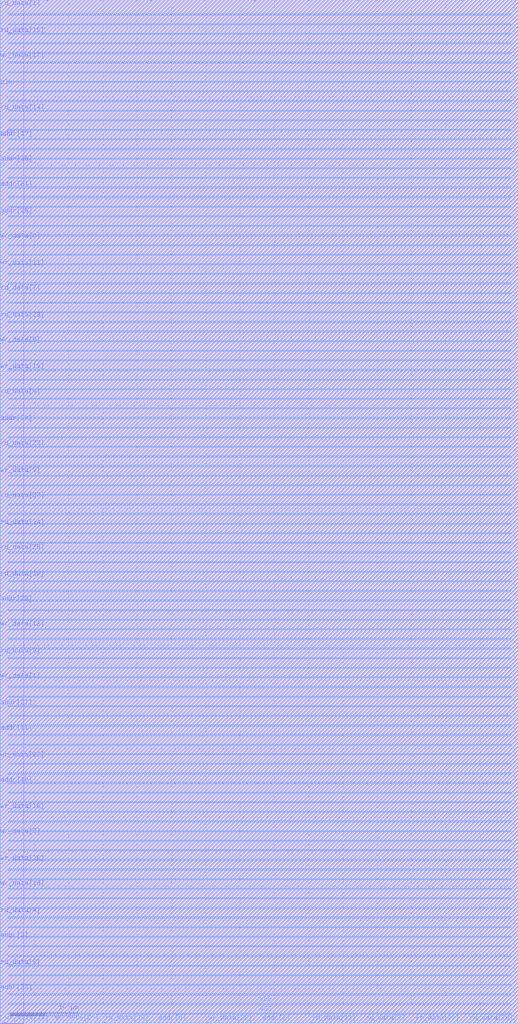
<source format=lef>
VERSION 5.8 ;
BUSBITCHARS "[]" ;
DIVIDERCHAR "/" ;
UNITS
    DATABASE MICRONS 2000 ;
END UNITS

MACRO small_mem
  FOREIGN small_mem 0 0 ;
  CLASS BLOCK ;
  SIZE 75.56 BY 149.125 ;
  PIN VDD
    USE POWER ;
    DIRECTION INOUT ;
    PORT
      LAYER metal4 ;
        RECT  1.14 145.515 74.48 145.685 ;
        RECT  1.14 142.715 74.48 142.885 ;
        RECT  1.14 139.915 74.48 140.085 ;
        RECT  1.14 137.115 74.48 137.285 ;
        RECT  1.14 134.315 74.48 134.485 ;
        RECT  1.14 131.515 74.48 131.685 ;
        RECT  1.14 128.715 74.48 128.885 ;
        RECT  1.14 125.915 74.48 126.085 ;
        RECT  1.14 123.115 74.48 123.285 ;
        RECT  1.14 120.315 74.48 120.485 ;
        RECT  1.14 117.515 74.48 117.685 ;
        RECT  1.14 114.715 74.48 114.885 ;
        RECT  1.14 111.915 74.48 112.085 ;
        RECT  1.14 109.115 74.48 109.285 ;
        RECT  1.14 106.315 74.48 106.485 ;
        RECT  1.14 103.515 74.48 103.685 ;
        RECT  1.14 100.715 74.48 100.885 ;
        RECT  1.14 97.915 74.48 98.085 ;
        RECT  1.14 95.115 74.48 95.285 ;
        RECT  1.14 92.315 74.48 92.485 ;
        RECT  1.14 89.515 74.48 89.685 ;
        RECT  1.14 86.715 74.48 86.885 ;
        RECT  1.14 83.915 74.48 84.085 ;
        RECT  1.14 81.115 74.48 81.285 ;
        RECT  1.14 78.315 74.48 78.485 ;
        RECT  1.14 75.515 74.48 75.685 ;
        RECT  1.14 72.715 74.48 72.885 ;
        RECT  1.14 69.915 74.48 70.085 ;
        RECT  1.14 67.115 74.48 67.285 ;
        RECT  1.14 64.315 74.48 64.485 ;
        RECT  1.14 61.515 74.48 61.685 ;
        RECT  1.14 58.715 74.48 58.885 ;
        RECT  1.14 55.915 74.48 56.085 ;
        RECT  1.14 53.115 74.48 53.285 ;
        RECT  1.14 50.315 74.48 50.485 ;
        RECT  1.14 47.515 74.48 47.685 ;
        RECT  1.14 44.715 74.48 44.885 ;
        RECT  1.14 41.915 74.48 42.085 ;
        RECT  1.14 39.115 74.48 39.285 ;
        RECT  1.14 36.315 74.48 36.485 ;
        RECT  1.14 33.515 74.48 33.685 ;
        RECT  1.14 30.715 74.48 30.885 ;
        RECT  1.14 27.915 74.48 28.085 ;
        RECT  1.14 25.115 74.48 25.285 ;
        RECT  1.14 22.315 74.48 22.485 ;
        RECT  1.14 19.515 74.48 19.685 ;
        RECT  1.14 16.715 74.48 16.885 ;
        RECT  1.14 13.915 74.48 14.085 ;
        RECT  1.14 11.115 74.48 11.285 ;
        RECT  1.14 8.315 74.48 8.485 ;
        RECT  1.14 5.515 74.48 5.685 ;
        RECT  1.14 2.715 74.48 2.885 ;
    END
  END VDD
  PIN VSS
    USE GROUND ;
    DIRECTION INOUT ;
    PORT
      LAYER metal4 ;
        RECT  1.14 146.915 74.48 147.085 ;
        RECT  1.14 144.115 74.48 144.285 ;
        RECT  1.14 141.315 74.48 141.485 ;
        RECT  1.14 138.515 74.48 138.685 ;
        RECT  1.14 135.715 74.48 135.885 ;
        RECT  1.14 132.915 74.48 133.085 ;
        RECT  1.14 130.115 74.48 130.285 ;
        RECT  1.14 127.315 74.48 127.485 ;
        RECT  1.14 124.515 74.48 124.685 ;
        RECT  1.14 121.715 74.48 121.885 ;
        RECT  1.14 118.915 74.48 119.085 ;
        RECT  1.14 116.115 74.48 116.285 ;
        RECT  1.14 113.315 74.48 113.485 ;
        RECT  1.14 110.515 74.48 110.685 ;
        RECT  1.14 107.715 74.48 107.885 ;
        RECT  1.14 104.915 74.48 105.085 ;
        RECT  1.14 102.115 74.48 102.285 ;
        RECT  1.14 99.315 74.48 99.485 ;
        RECT  1.14 96.515 74.48 96.685 ;
        RECT  1.14 93.715 74.48 93.885 ;
        RECT  1.14 90.915 74.48 91.085 ;
        RECT  1.14 88.115 74.48 88.285 ;
        RECT  1.14 85.315 74.48 85.485 ;
        RECT  1.14 82.515 74.48 82.685 ;
        RECT  1.14 79.715 74.48 79.885 ;
        RECT  1.14 76.915 74.48 77.085 ;
        RECT  1.14 74.115 74.48 74.285 ;
        RECT  1.14 71.315 74.48 71.485 ;
        RECT  1.14 68.515 74.48 68.685 ;
        RECT  1.14 65.715 74.48 65.885 ;
        RECT  1.14 62.915 74.48 63.085 ;
        RECT  1.14 60.115 74.48 60.285 ;
        RECT  1.14 57.315 74.48 57.485 ;
        RECT  1.14 54.515 74.48 54.685 ;
        RECT  1.14 51.715 74.48 51.885 ;
        RECT  1.14 48.915 74.48 49.085 ;
        RECT  1.14 46.115 74.48 46.285 ;
        RECT  1.14 43.315 74.48 43.485 ;
        RECT  1.14 40.515 74.48 40.685 ;
        RECT  1.14 37.715 74.48 37.885 ;
        RECT  1.14 34.915 74.48 35.085 ;
        RECT  1.14 32.115 74.48 32.285 ;
        RECT  1.14 29.315 74.48 29.485 ;
        RECT  1.14 26.515 74.48 26.685 ;
        RECT  1.14 23.715 74.48 23.885 ;
        RECT  1.14 20.915 74.48 21.085 ;
        RECT  1.14 18.115 74.48 18.285 ;
        RECT  1.14 15.315 74.48 15.485 ;
        RECT  1.14 12.515 74.48 12.685 ;
        RECT  1.14 9.715 74.48 9.885 ;
        RECT  1.14 6.915 74.48 7.085 ;
        RECT  1.14 4.115 74.48 4.285 ;
        RECT  1.14 1.315 74.48 1.485 ;
    END
  END VSS
  PIN addr[0]
    DIRECTION INPUT ;
    USE SIGNAL ;
    PORT
      LAYER metal4 ;
        RECT  22.985 0 23.125 0.14 ;
    END
  END addr[0]
  PIN addr[10]
    DIRECTION INPUT ;
    USE SIGNAL ;
    PORT
      LAYER metal4 ;
        RECT  14.585 148.985 14.725 149.125 ;
    END
  END addr[10]
  PIN addr[11]
    DIRECTION INPUT ;
    USE SIGNAL ;
    PORT
      LAYER metal3 ;
        RECT  0 42.315 0.07 42.385 ;
    END
  END addr[11]
  PIN addr[12]
    DIRECTION INPUT ;
    USE SIGNAL ;
    PORT
      LAYER metal4 ;
        RECT  67.225 148.985 67.365 149.125 ;
    END
  END addr[12]
  PIN addr[13]
    DIRECTION INPUT ;
    USE SIGNAL ;
    PORT
      LAYER metal3 ;
        RECT  75.49 133.315 75.56 133.385 ;
    END
  END addr[13]
  PIN addr[14]
    DIRECTION INPUT ;
    USE SIGNAL ;
    PORT
      LAYER metal3 ;
        RECT  75.49 114.275 75.56 114.345 ;
    END
  END addr[14]
  PIN addr[15]
    DIRECTION INPUT ;
    USE SIGNAL ;
    PORT
      LAYER metal3 ;
        RECT  75.49 42.595 75.56 42.665 ;
    END
  END addr[15]
  PIN addr[16]
    DIRECTION INPUT ;
    USE SIGNAL ;
    PORT
      LAYER metal3 ;
        RECT  0 125.195 0.07 125.265 ;
    END
  END addr[16]
  PIN addr[17]
    DIRECTION INPUT ;
    USE SIGNAL ;
    PORT
      LAYER metal3 ;
        RECT  0 128.835 0.07 128.905 ;
    END
  END addr[17]
  PIN addr[18]
    DIRECTION INPUT ;
    USE SIGNAL ;
    PORT
      LAYER metal3 ;
        RECT  0 34.755 0.07 34.825 ;
    END
  END addr[18]
  PIN addr[19]
    DIRECTION INPUT ;
    USE SIGNAL ;
    PORT
      LAYER metal3 ;
        RECT  75.49 144.515 75.56 144.585 ;
    END
  END addr[19]
  PIN addr[1]
    DIRECTION INPUT ;
    USE SIGNAL ;
    PORT
      LAYER metal3 ;
        RECT  75.49 80.395 75.56 80.465 ;
    END
  END addr[1]
  PIN addr[20]
    DIRECTION INPUT ;
    USE SIGNAL ;
    PORT
      LAYER metal3 ;
        RECT  75.49 129.395 75.56 129.465 ;
    END
  END addr[20]
  PIN addr[21]
    DIRECTION INPUT ;
    USE SIGNAL ;
    PORT
      LAYER metal3 ;
        RECT  0 121.555 0.07 121.625 ;
    END
  END addr[21]
  PIN addr[22]
    DIRECTION INPUT ;
    USE SIGNAL ;
    PORT
      LAYER metal3 ;
        RECT  75.49 31.395 75.56 31.465 ;
    END
  END addr[22]
  PIN addr[23]
    DIRECTION INPUT ;
    USE SIGNAL ;
    PORT
      LAYER metal3 ;
        RECT  0 4.515 0.07 4.585 ;
    END
  END addr[23]
  PIN addr[24]
    DIRECTION INPUT ;
    USE SIGNAL ;
    PORT
      LAYER metal3 ;
        RECT  0 87.395 0.07 87.465 ;
    END
  END addr[24]
  PIN addr[25]
    DIRECTION INPUT ;
    USE SIGNAL ;
    PORT
      LAYER metal3 ;
        RECT  75.49 140.875 75.56 140.945 ;
    END
  END addr[25]
  PIN addr[26]
    DIRECTION INPUT ;
    USE SIGNAL ;
    PORT
      LAYER metal3 ;
        RECT  0 117.635 0.07 117.705 ;
    END
  END addr[26]
  PIN addr[27]
    DIRECTION INPUT ;
    USE SIGNAL ;
    PORT
      LAYER metal3 ;
        RECT  0 45.955 0.07 46.025 ;
    END
  END addr[27]
  PIN addr[28]
    DIRECTION INPUT ;
    USE SIGNAL ;
    PORT
      LAYER metal3 ;
        RECT  0 61.075 0.07 61.145 ;
    END
  END addr[28]
  PIN addr[29]
    DIRECTION INPUT ;
    USE SIGNAL ;
    PORT
      LAYER metal3 ;
        RECT  75.49 91.595 75.56 91.665 ;
    END
  END addr[29]
  PIN addr[2]
    DIRECTION INPUT ;
    USE SIGNAL ;
    PORT
      LAYER metal4 ;
        RECT  38.105 0 38.245 0.14 ;
    END
  END addr[2]
  PIN addr[30]
    DIRECTION INPUT ;
    USE SIGNAL ;
    PORT
      LAYER metal3 ;
        RECT  75.49 106.715 75.56 106.785 ;
    END
  END addr[30]
  PIN addr[31]
    DIRECTION INPUT ;
    USE SIGNAL ;
    PORT
      LAYER metal3 ;
        RECT  75.49 84.315 75.56 84.385 ;
    END
  END addr[31]
  PIN addr[3]
    DIRECTION INPUT ;
    USE SIGNAL ;
    PORT
      LAYER metal3 ;
        RECT  0 12.075 0.07 12.145 ;
    END
  END addr[3]
  PIN addr[4]
    DIRECTION INPUT ;
    USE SIGNAL ;
    PORT
      LAYER metal3 ;
        RECT  75.49 1.155 75.56 1.225 ;
    END
  END addr[4]
  PIN addr[5]
    DIRECTION INPUT ;
    USE SIGNAL ;
    PORT
      LAYER metal3 ;
        RECT  75.49 125.755 75.56 125.825 ;
    END
  END addr[5]
  PIN addr[6]
    DIRECTION INPUT ;
    USE SIGNAL ;
    PORT
      LAYER metal3 ;
        RECT  75.49 23.835 75.56 23.905 ;
    END
  END addr[6]
  PIN addr[7]
    DIRECTION INPUT ;
    USE SIGNAL ;
    PORT
      LAYER metal3 ;
        RECT  75.49 69.195 75.56 69.265 ;
    END
  END addr[7]
  PIN addr[8]
    DIRECTION INPUT ;
    USE SIGNAL ;
    PORT
      LAYER metal3 ;
        RECT  75.49 136.955 75.56 137.025 ;
    END
  END addr[8]
  PIN addr[9]
    DIRECTION INPUT ;
    USE SIGNAL ;
    PORT
      LAYER metal4 ;
        RECT  6.745 148.985 6.885 149.125 ;
    END
  END addr[9]
  PIN clk
    DIRECTION INPUT ;
    USE SIGNAL ;
    PORT
      LAYER metal3 ;
        RECT  0 136.395 0.07 136.465 ;
    END
  END clk
  PIN rd_data[0]
    DIRECTION OUTPUT ;
    USE SIGNAL ;
    PORT
      LAYER metal3 ;
        RECT  0 91.315 0.07 91.385 ;
    END
  END rd_data[0]
  PIN rd_data[10]
    DIRECTION OUTPUT ;
    USE SIGNAL ;
    PORT
      LAYER metal4 ;
        RECT  44.825 148.985 44.965 149.125 ;
    END
  END rd_data[10]
  PIN rd_data[11]
    DIRECTION OUTPUT ;
    USE SIGNAL ;
    PORT
      LAYER metal4 ;
        RECT  45.385 0 45.525 0.14 ;
    END
  END rd_data[11]
  PIN rd_data[12]
    DIRECTION OUTPUT ;
    USE SIGNAL ;
    PORT
      LAYER metal3 ;
        RECT  75.49 57.715 75.56 57.785 ;
    END
  END rd_data[12]
  PIN rd_data[13]
    DIRECTION OUTPUT ;
    USE SIGNAL ;
    PORT
      LAYER metal3 ;
        RECT  75.49 50.155 75.56 50.225 ;
    END
  END rd_data[13]
  PIN rd_data[14]
    DIRECTION OUTPUT ;
    USE SIGNAL ;
    PORT
      LAYER metal3 ;
        RECT  0 132.755 0.07 132.825 ;
    END
  END rd_data[14]
  PIN rd_data[15]
    DIRECTION OUTPUT ;
    USE SIGNAL ;
    PORT
      LAYER metal3 ;
        RECT  0 143.955 0.07 144.025 ;
    END
  END rd_data[15]
  PIN rd_data[16]
    DIRECTION OUTPUT ;
    USE SIGNAL ;
    PORT
      LAYER metal4 ;
        RECT  52.105 148.985 52.245 149.125 ;
    END
  END rd_data[16]
  PIN rd_data[17]
    DIRECTION OUTPUT ;
    USE SIGNAL ;
    PORT
      LAYER metal3 ;
        RECT  75.49 54.075 75.56 54.145 ;
    END
  END rd_data[17]
  PIN rd_data[18]
    DIRECTION OUTPUT ;
    USE SIGNAL ;
    PORT
      LAYER metal3 ;
        RECT  75.49 121.835 75.56 121.905 ;
    END
  END rd_data[18]
  PIN rd_data[19]
    DIRECTION OUTPUT ;
    USE SIGNAL ;
    PORT
      LAYER metal3 ;
        RECT  0 64.715 0.07 64.785 ;
    END
  END rd_data[19]
  PIN rd_data[1]
    DIRECTION OUTPUT ;
    USE SIGNAL ;
    PORT
      LAYER metal3 ;
        RECT  0 147.875 0.07 147.945 ;
    END
  END rd_data[1]
  PIN rd_data[20]
    DIRECTION OUTPUT ;
    USE SIGNAL ;
    PORT
      LAYER metal4 ;
        RECT  68.345 0 68.485 0.14 ;
    END
  END rd_data[20]
  PIN rd_data[21]
    DIRECTION OUTPUT ;
    USE SIGNAL ;
    PORT
      LAYER metal3 ;
        RECT  75.49 72.835 75.56 72.905 ;
    END
  END rd_data[21]
  PIN rd_data[22]
    DIRECTION OUTPUT ;
    USE SIGNAL ;
    PORT
      LAYER metal3 ;
        RECT  75.49 103.075 75.56 103.145 ;
    END
  END rd_data[22]
  PIN rd_data[23]
    DIRECTION OUTPUT ;
    USE SIGNAL ;
    PORT
      LAYER metal3 ;
        RECT  0 83.755 0.07 83.825 ;
    END
  END rd_data[23]
  PIN rd_data[24]
    DIRECTION OUTPUT ;
    USE SIGNAL ;
    PORT
      LAYER metal3 ;
        RECT  0 72.275 0.07 72.345 ;
    END
  END rd_data[24]
  PIN rd_data[25]
    DIRECTION OUTPUT ;
    USE SIGNAL ;
    PORT
      LAYER metal3 ;
        RECT  0 68.635 0.07 68.705 ;
    END
  END rd_data[25]
  PIN rd_data[26]
    DIRECTION OUTPUT ;
    USE SIGNAL ;
    PORT
      LAYER metal3 ;
        RECT  75.49 35.035 75.56 35.105 ;
    END
  END rd_data[26]
  PIN rd_data[27]
    DIRECTION OUTPUT ;
    USE SIGNAL ;
    PORT
      LAYER metal3 ;
        RECT  0 76.195 0.07 76.265 ;
    END
  END rd_data[27]
  PIN rd_data[28]
    DIRECTION OUTPUT ;
    USE SIGNAL ;
    PORT
      LAYER metal3 ;
        RECT  0 102.515 0.07 102.585 ;
    END
  END rd_data[28]
  PIN rd_data[29]
    DIRECTION OUTPUT ;
    USE SIGNAL ;
    PORT
      LAYER metal4 ;
        RECT  15.145 0 15.285 0.14 ;
    END
  END rd_data[29]
  PIN rd_data[2]
    DIRECTION OUTPUT ;
    USE SIGNAL ;
    PORT
      LAYER metal4 ;
        RECT  53.225 0 53.365 0.14 ;
    END
  END rd_data[2]
  PIN rd_data[30]
    DIRECTION OUTPUT ;
    USE SIGNAL ;
    PORT
      LAYER metal3 ;
        RECT  75.49 46.515 75.56 46.585 ;
    END
  END rd_data[30]
  PIN rd_data[31]
    DIRECTION OUTPUT ;
    USE SIGNAL ;
    PORT
      LAYER metal3 ;
        RECT  75.49 95.515 75.56 95.585 ;
    END
  END rd_data[31]
  PIN rd_data[3]
    DIRECTION OUTPUT ;
    USE SIGNAL ;
    PORT
      LAYER metal3 ;
        RECT  75.49 76.755 75.56 76.825 ;
    END
  END rd_data[3]
  PIN rd_data[4]
    DIRECTION OUTPUT ;
    USE SIGNAL ;
    PORT
      LAYER metal3 ;
        RECT  0 15.715 0.07 15.785 ;
    END
  END rd_data[4]
  PIN rd_data[5]
    DIRECTION OUTPUT ;
    USE SIGNAL ;
    PORT
      LAYER metal3 ;
        RECT  0 8.155 0.07 8.225 ;
    END
  END rd_data[5]
  PIN rd_data[6]
    DIRECTION OUTPUT ;
    USE SIGNAL ;
    PORT
      LAYER metal3 ;
        RECT  75.49 61.635 75.56 61.705 ;
    END
  END rd_data[6]
  PIN rd_data[7]
    DIRECTION OUTPUT ;
    USE SIGNAL ;
    PORT
      LAYER metal3 ;
        RECT  0 106.435 0.07 106.505 ;
    END
  END rd_data[7]
  PIN rd_data[8]
    DIRECTION OUTPUT ;
    USE SIGNAL ;
    PORT
      LAYER metal3 ;
        RECT  75.49 87.955 75.56 88.025 ;
    END
  END rd_data[8]
  PIN rd_data[9]
    DIRECTION OUTPUT ;
    USE SIGNAL ;
    PORT
      LAYER metal3 ;
        RECT  0 53.515 0.07 53.585 ;
    END
  END rd_data[9]
  PIN wr_data[0]
    DIRECTION INPUT ;
    USE SIGNAL ;
    PORT
      LAYER metal3 ;
        RECT  75.49 38.955 75.56 39.025 ;
    END
  END wr_data[0]
  PIN wr_data[10]
    DIRECTION INPUT ;
    USE SIGNAL ;
    PORT
      LAYER metal3 ;
        RECT  75.49 118.195 75.56 118.265 ;
    END
  END wr_data[10]
  PIN wr_data[11]
    DIRECTION INPUT ;
    USE SIGNAL ;
    PORT
      LAYER metal3 ;
        RECT  0 110.075 0.07 110.145 ;
    END
  END wr_data[11]
  PIN wr_data[12]
    DIRECTION INPUT ;
    USE SIGNAL ;
    PORT
      LAYER metal3 ;
        RECT  0 57.435 0.07 57.505 ;
    END
  END wr_data[12]
  PIN wr_data[13]
    DIRECTION INPUT ;
    USE SIGNAL ;
    PORT
      LAYER metal3 ;
        RECT  75.49 8.715 75.56 8.785 ;
    END
  END wr_data[13]
  PIN wr_data[14]
    DIRECTION INPUT ;
    USE SIGNAL ;
    PORT
      LAYER metal4 ;
        RECT  0.585 0 0.725 0.14 ;
    END
  END wr_data[14]
  PIN wr_data[15]
    DIRECTION INPUT ;
    USE SIGNAL ;
    PORT
      LAYER metal3 ;
        RECT  75.49 20.195 75.56 20.265 ;
    END
  END wr_data[15]
  PIN wr_data[16]
    DIRECTION INPUT ;
    USE SIGNAL ;
    PORT
      LAYER metal3 ;
        RECT  0 19.635 0.07 19.705 ;
    END
  END wr_data[16]
  PIN wr_data[17]
    DIRECTION INPUT ;
    USE SIGNAL ;
    PORT
      LAYER metal3 ;
        RECT  0 140.315 0.07 140.385 ;
    END
  END wr_data[17]
  PIN wr_data[18]
    DIRECTION INPUT ;
    USE SIGNAL ;
    PORT
      LAYER metal3 ;
        RECT  0 30.835 0.07 30.905 ;
    END
  END wr_data[18]
  PIN wr_data[19]
    DIRECTION INPUT ;
    USE SIGNAL ;
    PORT
      LAYER metal3 ;
        RECT  0 94.955 0.07 95.025 ;
    END
  END wr_data[19]
  PIN wr_data[1]
    DIRECTION INPUT ;
    USE SIGNAL ;
    PORT
      LAYER metal3 ;
        RECT  0 49.875 0.07 49.945 ;
    END
  END wr_data[1]
  PIN wr_data[20]
    DIRECTION INPUT ;
    USE SIGNAL ;
    PORT
      LAYER metal4 ;
        RECT  7.865 0 8.005 0.14 ;
    END
  END wr_data[20]
  PIN wr_data[21]
    DIRECTION INPUT ;
    USE SIGNAL ;
    PORT
      LAYER metal4 ;
        RECT  59.945 148.985 60.085 149.125 ;
    END
  END wr_data[21]
  PIN wr_data[22]
    DIRECTION INPUT ;
    USE SIGNAL ;
    PORT
      LAYER metal4 ;
        RECT  21.865 148.985 22.005 149.125 ;
    END
  END wr_data[22]
  PIN wr_data[23]
    DIRECTION INPUT ;
    USE SIGNAL ;
    PORT
      LAYER metal3 ;
        RECT  75.49 5.075 75.56 5.145 ;
    END
  END wr_data[23]
  PIN wr_data[24]
    DIRECTION INPUT ;
    USE SIGNAL ;
    PORT
      LAYER metal4 ;
        RECT  74.505 148.985 74.645 149.125 ;
    END
  END wr_data[24]
  PIN wr_data[25]
    DIRECTION INPUT ;
    USE SIGNAL ;
    PORT
      LAYER metal3 ;
        RECT  75.49 65.275 75.56 65.345 ;
    END
  END wr_data[25]
  PIN wr_data[26]
    DIRECTION INPUT ;
    USE SIGNAL ;
    PORT
      LAYER metal3 ;
        RECT  0 23.275 0.07 23.345 ;
    END
  END wr_data[26]
  PIN wr_data[27]
    DIRECTION INPUT ;
    USE SIGNAL ;
    PORT
      LAYER metal3 ;
        RECT  0 38.395 0.07 38.465 ;
    END
  END wr_data[27]
  PIN wr_data[28]
    DIRECTION INPUT ;
    USE SIGNAL ;
    PORT
      LAYER metal4 ;
        RECT  30.265 0 30.405 0.14 ;
    END
  END wr_data[28]
  PIN wr_data[29]
    DIRECTION INPUT ;
    USE SIGNAL ;
    PORT
      LAYER metal4 ;
        RECT  60.505 0 60.645 0.14 ;
    END
  END wr_data[29]
  PIN wr_data[2]
    DIRECTION INPUT ;
    USE SIGNAL ;
    PORT
      LAYER metal3 ;
        RECT  75.49 12.635 75.56 12.705 ;
    END
  END wr_data[2]
  PIN wr_data[30]
    DIRECTION INPUT ;
    USE SIGNAL ;
    PORT
      LAYER metal3 ;
        RECT  75.49 110.635 75.56 110.705 ;
    END
  END wr_data[30]
  PIN wr_data[31]
    DIRECTION INPUT ;
    USE SIGNAL ;
    PORT
      LAYER metal3 ;
        RECT  75.49 16.275 75.56 16.345 ;
    END
  END wr_data[31]
  PIN wr_data[3]
    DIRECTION INPUT ;
    USE SIGNAL ;
    PORT
      LAYER metal4 ;
        RECT  36.985 148.985 37.125 149.125 ;
    END
  END wr_data[3]
  PIN wr_data[4]
    DIRECTION INPUT ;
    USE SIGNAL ;
    PORT
      LAYER metal4 ;
        RECT  29.705 148.985 29.845 149.125 ;
    END
  END wr_data[4]
  PIN wr_data[5]
    DIRECTION INPUT ;
    USE SIGNAL ;
    PORT
      LAYER metal3 ;
        RECT  0 98.875 0.07 98.945 ;
    END
  END wr_data[5]
  PIN wr_data[6]
    DIRECTION INPUT ;
    USE SIGNAL ;
    PORT
      LAYER metal3 ;
        RECT  0 113.995 0.07 114.065 ;
    END
  END wr_data[6]
  PIN wr_data[7]
    DIRECTION INPUT ;
    USE SIGNAL ;
    PORT
      LAYER metal3 ;
        RECT  75.49 27.475 75.56 27.545 ;
    END
  END wr_data[7]
  PIN wr_data[8]
    DIRECTION INPUT ;
    USE SIGNAL ;
    PORT
      LAYER metal3 ;
        RECT  0 27.195 0.07 27.265 ;
    END
  END wr_data[8]
  PIN wr_data[9]
    DIRECTION INPUT ;
    USE SIGNAL ;
    PORT
      LAYER metal3 ;
        RECT  0 79.835 0.07 79.905 ;
    END
  END wr_data[9]
  PIN wr_en
    DIRECTION INPUT ;
    USE SIGNAL ;
    PORT
      LAYER metal3 ;
        RECT  75.49 99.155 75.56 99.225 ;
    END
  END wr_en
  OBS
    LAYER metal1 ;
     RECT  0 -0.085 3.42 149.125 ;
     RECT  3.42 0 75.56 149.125 ;
    LAYER metal2 ;
     RECT  0 0 75.56 149.125 ;
    LAYER metal3 ;
     RECT  0 0 75.56 149.125 ;
    LAYER metal4 ;
     RECT  0 0 75.56 149.125 ;
  END
END small_mem
END LIBRARY

</source>
